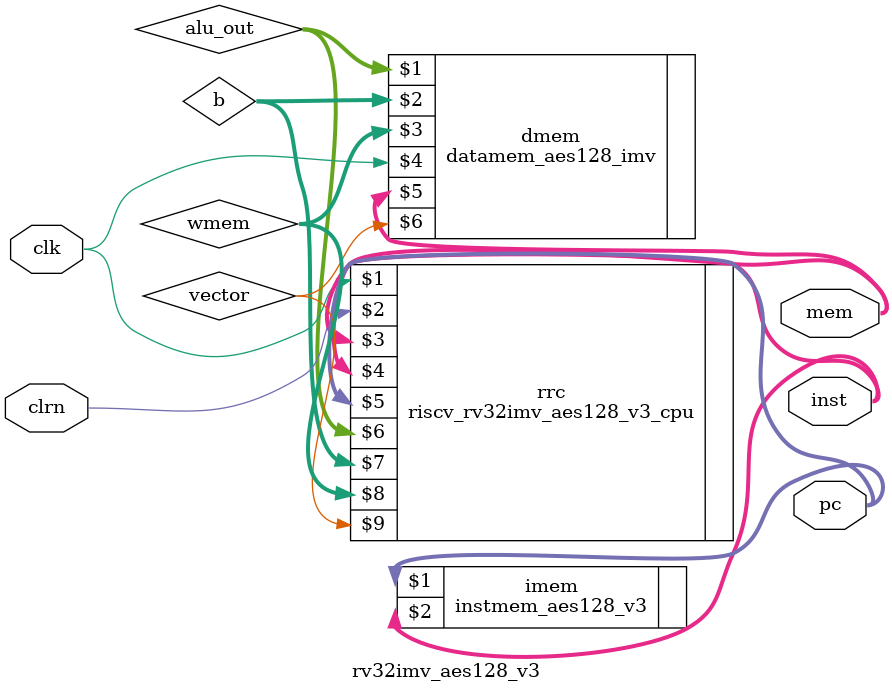
<source format=v>
module rv32imv_aes128_v3 (clk, clrn, inst, pc, mem);
  parameter     VLEN = 128;                   // bits, hardware implementation
  input         clk, clrn;           // clk: 50MHz
  output [31:0] inst, pc;
  output [VLEN-1:0] mem;
  wire    [3:0] wmem;
  wire   [VLEN-1:0] alu_out, b;
  wire          vector;
  
  riscv_rv32imv_aes128_v3_cpu rrc (clk, clrn, inst, mem, pc, alu_out, b, wmem, vector);
  
  instmem_aes128_v3 imem (pc,inst);
  
  datamem_aes128_imv dmem (alu_out, b, wmem, clk, mem, vector);
endmodule
</source>
